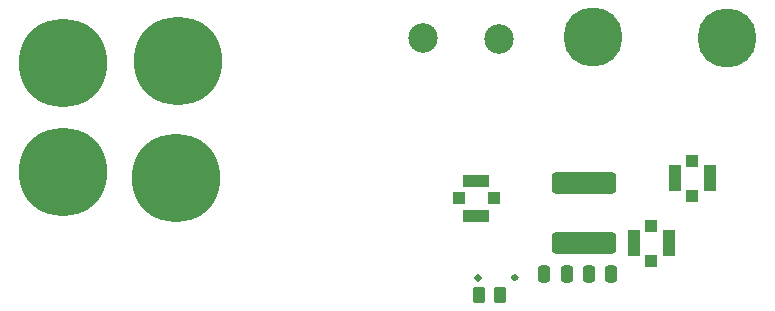
<source format=gbr>
%TF.GenerationSoftware,KiCad,Pcbnew,8.0.5*%
%TF.CreationDate,2024-10-10T12:36:06+02:00*%
%TF.ProjectId,MosTest_GanFet,4d6f7354-6573-4745-9f47-616e4665742e,rev?*%
%TF.SameCoordinates,Original*%
%TF.FileFunction,Soldermask,Bot*%
%TF.FilePolarity,Negative*%
%FSLAX46Y46*%
G04 Gerber Fmt 4.6, Leading zero omitted, Abs format (unit mm)*
G04 Created by KiCad (PCBNEW 8.0.5) date 2024-10-10 12:36:06*
%MOMM*%
%LPD*%
G01*
G04 APERTURE LIST*
G04 Aperture macros list*
%AMRoundRect*
0 Rectangle with rounded corners*
0 $1 Rounding radius*
0 $2 $3 $4 $5 $6 $7 $8 $9 X,Y pos of 4 corners*
0 Add a 4 corners polygon primitive as box body*
4,1,4,$2,$3,$4,$5,$6,$7,$8,$9,$2,$3,0*
0 Add four circle primitives for the rounded corners*
1,1,$1+$1,$2,$3*
1,1,$1+$1,$4,$5*
1,1,$1+$1,$6,$7*
1,1,$1+$1,$8,$9*
0 Add four rect primitives between the rounded corners*
20,1,$1+$1,$2,$3,$4,$5,0*
20,1,$1+$1,$4,$5,$6,$7,0*
20,1,$1+$1,$6,$7,$8,$9,0*
20,1,$1+$1,$8,$9,$2,$3,0*%
G04 Aperture macros list end*
%ADD10C,0.350000*%
%ADD11C,2.500000*%
%ADD12C,2.900000*%
%ADD13C,5.000000*%
%ADD14C,4.700000*%
%ADD15C,7.500000*%
%ADD16R,1.000000X1.000000*%
%ADD17R,2.200000X1.050000*%
%ADD18R,1.050000X2.200000*%
%ADD19RoundRect,0.250000X0.250000X0.475000X-0.250000X0.475000X-0.250000X-0.475000X0.250000X-0.475000X0*%
%ADD20RoundRect,0.250000X-0.262500X-0.450000X0.262500X-0.450000X0.262500X0.450000X-0.262500X0.450000X0*%
%ADD21RoundRect,0.250000X2.450000X-0.650000X2.450000X0.650000X-2.450000X0.650000X-2.450000X-0.650000X0*%
%ADD22RoundRect,0.250000X-0.250000X-0.475000X0.250000X-0.475000X0.250000X0.475000X-0.250000X0.475000X0*%
G04 APERTURE END LIST*
D10*
X123795000Y-44730000D02*
G75*
G02*
X123445000Y-44730000I-175000J0D01*
G01*
X123445000Y-44730000D02*
G75*
G02*
X123795000Y-44730000I175000J0D01*
G01*
X126925000Y-44700000D02*
G75*
G02*
X126575000Y-44700000I-175000J0D01*
G01*
X126575000Y-44700000D02*
G75*
G02*
X126925000Y-44700000I175000J0D01*
G01*
D11*
%TO.C,EN1*%
X119000000Y-24400000D03*
%TD*%
D12*
%TO.C,GND1*%
X133400000Y-24300000D03*
D13*
X133400000Y-24300000D03*
%TD*%
D14*
%TO.C,H5*%
X88525000Y-26550000D03*
D15*
X88525000Y-26550000D03*
%TD*%
D12*
%TO.C,VDD30*%
X144700000Y-24400000D03*
D13*
X144700000Y-24400000D03*
%TD*%
D14*
%TO.C,H6*%
X88470000Y-35780000D03*
D15*
X88470000Y-35780000D03*
%TD*%
D14*
%TO.C,H8*%
X98250000Y-26400000D03*
D15*
X98250000Y-26400000D03*
%TD*%
D14*
%TO.C,H7*%
X98050000Y-36270000D03*
D15*
X98050000Y-36270000D03*
%TD*%
D11*
%TO.C,VDD10*%
X125400000Y-24500000D03*
%TD*%
D16*
%TO.C,PWM_IN1*%
X122000000Y-37975000D03*
D17*
X123500000Y-39450000D03*
D16*
X125000000Y-37975000D03*
D17*
X123500000Y-36500000D03*
%TD*%
D16*
%TO.C,Post_Filter1*%
X141775000Y-37800000D03*
D18*
X143250000Y-36300000D03*
D16*
X141775000Y-34800000D03*
D18*
X140300000Y-36300000D03*
%TD*%
D19*
%TO.C,C2*%
X131150000Y-44400000D03*
X129250000Y-44400000D03*
%TD*%
D20*
%TO.C,R3*%
X123687500Y-46200000D03*
X125512500Y-46200000D03*
%TD*%
D21*
%TO.C,C11*%
X132630000Y-41800000D03*
X132630000Y-36700000D03*
%TD*%
D16*
%TO.C,Pre_Filter1*%
X138310000Y-43300000D03*
D18*
X139785000Y-41800000D03*
D16*
X138310000Y-40300000D03*
D18*
X136835000Y-41800000D03*
%TD*%
D22*
%TO.C,C12*%
X133000000Y-44400000D03*
X134900000Y-44400000D03*
%TD*%
M02*

</source>
